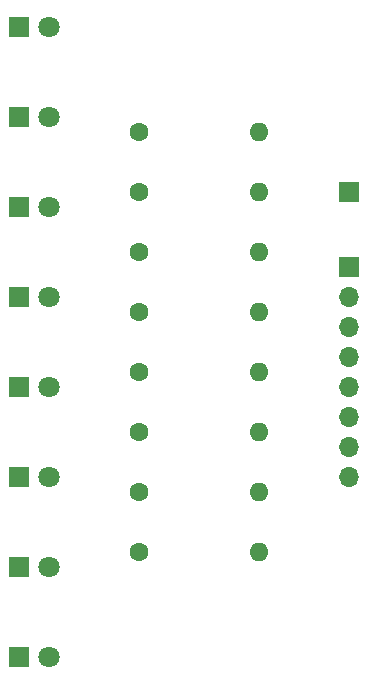
<source format=gbr>
G04 #@! TF.FileFunction,Copper,L2,Bot,Signal*
%FSLAX46Y46*%
G04 Gerber Fmt 4.6, Leading zero omitted, Abs format (unit mm)*
G04 Created by KiCad (PCBNEW 4.0.6) date Sun Sep  8 22:16:29 2019*
%MOMM*%
%LPD*%
G01*
G04 APERTURE LIST*
%ADD10C,0.100000*%
%ADD11R,1.800000X1.800000*%
%ADD12C,1.800000*%
%ADD13C,1.600000*%
%ADD14O,1.600000X1.600000*%
%ADD15R,1.700000X1.700000*%
%ADD16O,1.700000X1.700000*%
G04 APERTURE END LIST*
D10*
D11*
X154940000Y-82550000D03*
D12*
X157480000Y-82550000D03*
D11*
X154940000Y-90170000D03*
D12*
X157480000Y-90170000D03*
D11*
X154940000Y-97790000D03*
D12*
X157480000Y-97790000D03*
D11*
X154940000Y-105410000D03*
D12*
X157480000Y-105410000D03*
D11*
X154940000Y-113030000D03*
D12*
X157480000Y-113030000D03*
D11*
X154940000Y-120650000D03*
D12*
X157480000Y-120650000D03*
D11*
X154940000Y-128270000D03*
D12*
X157480000Y-128270000D03*
D11*
X154940000Y-135890000D03*
D12*
X157480000Y-135890000D03*
D13*
X165100000Y-91440000D03*
D14*
X175260000Y-91440000D03*
D13*
X165100000Y-96520000D03*
D14*
X175260000Y-96520000D03*
D13*
X165100000Y-101600000D03*
D14*
X175260000Y-101600000D03*
D13*
X165100000Y-106680000D03*
D14*
X175260000Y-106680000D03*
D13*
X165100000Y-111760000D03*
D14*
X175260000Y-111760000D03*
D13*
X165100000Y-116840000D03*
D14*
X175260000Y-116840000D03*
D13*
X165100000Y-121920000D03*
D14*
X175260000Y-121920000D03*
D13*
X165100000Y-127000000D03*
D14*
X175260000Y-127000000D03*
D15*
X182880000Y-102870000D03*
D16*
X182880000Y-105410000D03*
X182880000Y-107950000D03*
X182880000Y-110490000D03*
X182880000Y-113030000D03*
X182880000Y-115570000D03*
X182880000Y-118110000D03*
X182880000Y-120650000D03*
D15*
X182880000Y-96520000D03*
M02*

</source>
